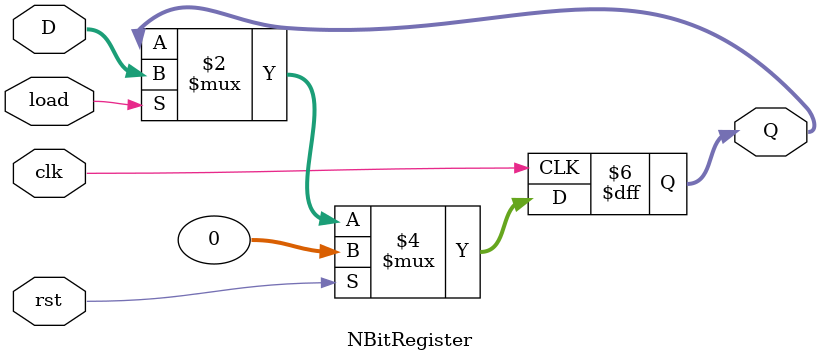
<source format=v>
/*******************************************************************
*
* Module: NBitRegister.v
* Project: Processor
* Authors: Anas A. Ibrahim - anas2@aucegypt.edu, Ibrahim Gohar - 
abdelmaksou@aucegypt.edu
* Description: Register that stores n bits
*
* Change history: 06/11/2022 - Added from Lab 6 and polished
*
**********************************************************************/

module NBitRegister #(parameter n = 32) (
    input clk, 
    input rst, 
    input load, 
    input [n - 1 : 0] D, 
    output reg[n - 1 : 0] Q
);
    always @ (posedge clk) begin
        if (rst) 
            Q <= 0;
        else 
            Q <= (load ? D : Q);
    end
endmodule 
</source>
